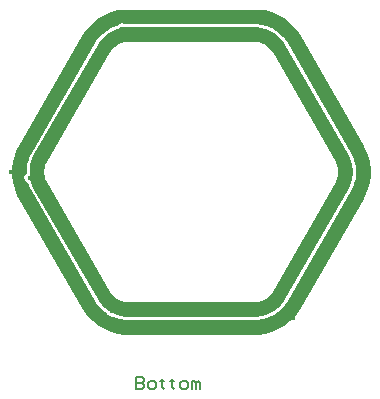
<source format=gbl>
G04*
G04 #@! TF.GenerationSoftware,Altium Limited,Altium Designer,24.6.1 (21)*
G04*
G04 Layer_Physical_Order=2*
G04 Layer_Color=16711680*
%FSLAX25Y25*%
%MOIN*%
G70*
G04*
G04 #@! TF.SameCoordinates,B81F68AC-7AC7-42F5-9DEE-18334BCCA9CF*
G04*
G04*
G04 #@! TF.FilePolarity,Positive*
G04*
G01*
G75*
%ADD13C,0.00500*%
%ADD32C,0.01575*%
G36*
X110186Y141228D02*
X112433Y140629D01*
X114583Y139741D01*
X116598Y138579D01*
X118444Y137164D01*
X120089Y135521D01*
X121505Y133676D01*
X122086Y132668D01*
X122086Y132668D01*
X143131Y96218D01*
X143711Y95213D01*
X144600Y93067D01*
X145201Y90824D01*
X145504Y88521D01*
Y86199D01*
X145201Y83896D01*
X144600Y81653D01*
X143711Y79507D01*
X143131Y78502D01*
X143131D01*
X122086Y42052D01*
X121506Y41046D01*
X120092Y39204D01*
X118450Y37561D01*
X116607Y36148D01*
X114596Y34986D01*
X112451Y34098D01*
X110207Y33497D01*
X107905Y33193D01*
X106744Y33193D01*
X63493D01*
X61191Y33497D01*
X58947Y34098D01*
X56802Y34986D01*
X54791Y36148D01*
X52948Y37562D01*
X51306Y39204D01*
X49892Y41046D01*
X49312Y42052D01*
X28267Y78502D01*
X27687Y79507D01*
X26798Y81653D01*
X26197Y83896D01*
X25894Y86199D01*
X25894Y88521D01*
X26197Y90824D01*
X26798Y93067D01*
X27687Y95213D01*
X28267Y96218D01*
Y96218D01*
X49312Y132668D01*
X49892Y133674D01*
X51306Y135517D01*
X52948Y137159D01*
X54791Y138573D01*
X56802Y139734D01*
X58947Y140622D01*
X61191Y141224D01*
X63493Y141527D01*
X64654D01*
X64654Y141527D01*
X106717Y141527D01*
X107880Y141528D01*
X110186Y141228D01*
D02*
G37*
%LPC*%
G36*
X62500Y137022D02*
X61803Y136884D01*
X61211Y136489D01*
X60953Y136102D01*
X60586Y136003D01*
X60526Y135974D01*
X60460Y135960D01*
X59029Y135368D01*
X58973Y135331D01*
X58910Y135309D01*
X57569Y134535D01*
X57518Y134491D01*
X57458Y134461D01*
X56230Y133518D01*
X56185Y133468D01*
X56129Y133430D01*
X55035Y132335D01*
X54997Y132280D01*
X54947Y132235D01*
X54004Y131007D01*
X53974Y130947D01*
X53930Y130896D01*
X53543Y130226D01*
X53543Y130226D01*
X32498Y93775D01*
X32498Y93775D01*
X32111Y93105D01*
X32090Y93041D01*
X32052Y92985D01*
X31460Y91555D01*
X31447Y91489D01*
X31417Y91429D01*
X31016Y89933D01*
X31012Y89866D01*
X30990Y89802D01*
X30788Y88267D01*
X30792Y88200D01*
X30779Y88134D01*
X30779Y86965D01*
X30575Y86829D01*
X30180Y86237D01*
X30041Y85540D01*
X30180Y84842D01*
X30575Y84251D01*
X31166Y83856D01*
X31271Y83835D01*
X31417Y83292D01*
X31447Y83231D01*
X31460Y83165D01*
X32052Y81735D01*
X32090Y81679D01*
X32111Y81615D01*
X32498Y80945D01*
X53543Y44495D01*
X53543Y44495D01*
X53930Y43824D01*
X53974Y43774D01*
X54004Y43713D01*
X54947Y42485D01*
X54997Y42441D01*
X55035Y42385D01*
X56129Y41290D01*
X56185Y41253D01*
X56230Y41202D01*
X57458Y40260D01*
X57518Y40230D01*
X57569Y40185D01*
X57625Y40153D01*
X57897Y39746D01*
X58488Y39351D01*
X59186Y39212D01*
X59309Y39236D01*
X60460Y38760D01*
X60526Y38747D01*
X60586Y38717D01*
X62081Y38316D01*
X62149Y38312D01*
X62212Y38290D01*
X63747Y38088D01*
X63814Y38092D01*
X63880Y38079D01*
X107518D01*
X107584Y38092D01*
X107651Y38088D01*
X109186Y38290D01*
X109249Y38312D01*
X109317Y38316D01*
X110812Y38717D01*
X110872Y38747D01*
X110938Y38760D01*
X112369Y39352D01*
X112425Y39390D01*
X112488Y39411D01*
X113829Y40185D01*
X113880Y40230D01*
X113940Y40260D01*
X115168Y41202D01*
X115213Y41253D01*
X115269Y41290D01*
X116364Y42385D01*
X116401Y42441D01*
X116451Y42485D01*
X117394Y43713D01*
X117424Y43774D01*
X117468Y43824D01*
X117855Y44495D01*
X138900Y80945D01*
X138900Y80945D01*
X139287Y81615D01*
X139308Y81679D01*
X139346Y81735D01*
X139938Y83165D01*
X139951Y83231D01*
X139981Y83292D01*
X140382Y84787D01*
X140386Y84854D01*
X140408Y84918D01*
X140610Y86453D01*
X140605Y86520D01*
X140619Y86586D01*
X140619Y88134D01*
X140605Y88200D01*
X140610Y88267D01*
X140408Y89802D01*
X140386Y89866D01*
X140382Y89933D01*
X139981Y91429D01*
X139951Y91489D01*
X139938Y91555D01*
X139346Y92985D01*
X139308Y93041D01*
X139287Y93105D01*
X138900Y93775D01*
X138900Y93775D01*
X117855Y130226D01*
X117855Y130226D01*
X117468Y130896D01*
X117424Y130947D01*
X117394Y131007D01*
X116451Y132235D01*
X116401Y132280D01*
X116364Y132335D01*
X115269Y133430D01*
X115213Y133468D01*
X115168Y133518D01*
X113940Y134461D01*
X113880Y134491D01*
X113829Y134535D01*
X112488Y135309D01*
X112425Y135331D01*
X112369Y135368D01*
X110938Y135960D01*
X110872Y135974D01*
X110812Y136003D01*
X109317Y136404D01*
X109249Y136408D01*
X109186Y136430D01*
X107651Y136632D01*
X107584Y136628D01*
X107518Y136641D01*
X106744D01*
X64654Y136641D01*
X64654Y136641D01*
X63880Y136641D01*
X63814Y136628D01*
X63747Y136632D01*
X63602Y136613D01*
X63197Y136884D01*
X62500Y137022D01*
D02*
G37*
%LPD*%
G36*
X106744Y135621D02*
X107518D01*
X109053Y135419D01*
X110548Y135019D01*
X111979Y134426D01*
X113319Y133652D01*
X114548Y132709D01*
X115642Y131614D01*
X116585Y130386D01*
X116972Y129716D01*
X116972Y129716D01*
X138017Y93266D01*
X138404Y92595D01*
X138996Y91165D01*
X139397Y89669D01*
X139599Y88134D01*
X139599Y86586D01*
X139397Y85051D01*
X138996Y83556D01*
X138404Y82125D01*
X138017Y81455D01*
X138017Y81455D01*
X116972Y45004D01*
X116585Y44334D01*
X115642Y43106D01*
X114548Y42011D01*
X113319Y41069D01*
X111979Y40294D01*
X110548Y39702D01*
X109053Y39301D01*
X107518Y39099D01*
X63880D01*
X62345Y39301D01*
X60850Y39702D01*
X59419Y40294D01*
X58079Y41069D01*
X56850Y42011D01*
X55756Y43106D01*
X54813Y44334D01*
X54426Y45004D01*
X54426Y45004D01*
X33381Y81455D01*
X32994Y82125D01*
X32402Y83556D01*
X32001Y85051D01*
X31799Y86586D01*
X31799Y88134D01*
X32001Y89669D01*
X32402Y91165D01*
X32994Y92595D01*
X33381Y93266D01*
X33381Y93266D01*
X54426Y129716D01*
X54813Y130386D01*
X55756Y131614D01*
X56850Y132709D01*
X58079Y133652D01*
X59419Y134426D01*
X60850Y135019D01*
X62345Y135419D01*
X63880Y135621D01*
X64654Y135621D01*
X64654Y135621D01*
X106744Y135621D01*
D02*
G37*
%LPC*%
G36*
X64654Y130735D02*
X64654Y130735D01*
X64267D01*
X64201Y130722D01*
X64134Y130727D01*
X63367Y130626D01*
X63303Y130604D01*
X63236Y130600D01*
X62488Y130399D01*
X62428Y130369D01*
X62362Y130356D01*
X61647Y130060D01*
X61591Y130023D01*
X61527Y130001D01*
X60857Y129614D01*
X60806Y129570D01*
X60746Y129540D01*
X60132Y129069D01*
X60087Y129018D01*
X60031Y128981D01*
X59484Y128433D01*
X59447Y128377D01*
X59396Y128333D01*
X58925Y127719D01*
X58895Y127659D01*
X58851Y127608D01*
X58657Y127273D01*
X58657Y127273D01*
X37613Y90823D01*
X37613Y90823D01*
X37419Y90487D01*
X37398Y90424D01*
X37360Y90368D01*
X37064Y89653D01*
X37051Y89587D01*
X37021Y89526D01*
X36821Y88779D01*
X36816Y88712D01*
X36795Y88648D01*
X36694Y87880D01*
X36698Y87813D01*
X36685Y87747D01*
X36685Y86973D01*
X36698Y86907D01*
X36694Y86840D01*
X36795Y86072D01*
X36816Y86009D01*
X36821Y85942D01*
X37021Y85194D01*
X37051Y85134D01*
X37064Y85068D01*
X37360Y84352D01*
X37398Y84297D01*
X37419Y84233D01*
X37613Y83898D01*
X37613Y83898D01*
X58657Y47447D01*
X58657Y47447D01*
X58851Y47112D01*
X58895Y47062D01*
X58925Y47001D01*
X59396Y46387D01*
X59447Y46343D01*
X59484Y46287D01*
X60031Y45739D01*
X60087Y45702D01*
X60132Y45652D01*
X60746Y45180D01*
X60806Y45151D01*
X60857Y45106D01*
X61527Y44719D01*
X61591Y44698D01*
X61647Y44660D01*
X62362Y44364D01*
X62428Y44351D01*
X62488Y44321D01*
X63236Y44121D01*
X63303Y44116D01*
X63367Y44095D01*
X64134Y43994D01*
X64201Y43998D01*
X64267Y43985D01*
X106744D01*
X107131Y43985D01*
X107196Y43998D01*
X107264Y43994D01*
X108031Y44095D01*
X108095Y44116D01*
X108162Y44121D01*
X108910Y44321D01*
X108970Y44351D01*
X109036Y44364D01*
X109751Y44660D01*
X109807Y44698D01*
X109871Y44719D01*
X110541Y45106D01*
X110592Y45151D01*
X110652Y45180D01*
X111266Y45652D01*
X111311Y45702D01*
X111367Y45739D01*
X111914Y46287D01*
X111951Y46343D01*
X112002Y46387D01*
X112473Y47001D01*
X112503Y47062D01*
X112547Y47112D01*
X112741Y47447D01*
X133785Y83898D01*
X133785Y83898D01*
X133979Y84233D01*
X134000Y84297D01*
X134038Y84352D01*
X134334Y85068D01*
X134347Y85134D01*
X134377Y85194D01*
X134577Y85942D01*
X134582Y86009D01*
X134603Y86072D01*
X134704Y86840D01*
X134700Y86907D01*
X134713Y86973D01*
X134713Y87747D01*
X134700Y87813D01*
X134704Y87880D01*
X134603Y88648D01*
X134582Y88712D01*
X134577Y88779D01*
X134377Y89526D01*
X134347Y89587D01*
X134334Y89653D01*
X134038Y90368D01*
X134001Y90424D01*
X133979Y90487D01*
X133785Y90823D01*
X133785Y90823D01*
X112741Y127273D01*
X112741Y127273D01*
X112547Y127608D01*
X112503Y127659D01*
X112473Y127719D01*
X112002Y128333D01*
X111951Y128377D01*
X111914Y128433D01*
X111367Y128981D01*
X111311Y129018D01*
X111266Y129069D01*
X110652Y129540D01*
X110592Y129570D01*
X110541Y129614D01*
X109871Y130001D01*
X109807Y130023D01*
X109751Y130060D01*
X109036Y130356D01*
X108970Y130369D01*
X108910Y130399D01*
X108162Y130600D01*
X108095Y130604D01*
X108031Y130626D01*
X107264Y130727D01*
X107196Y130722D01*
X107131Y130735D01*
X106744D01*
X64654Y130735D01*
D02*
G37*
%LPD*%
D13*
X67400Y19137D02*
Y15138D01*
X69399D01*
X70066Y15805D01*
Y16471D01*
X69399Y17138D01*
X67400D01*
X69399D01*
X70066Y17804D01*
Y18471D01*
X69399Y19137D01*
X67400D01*
X72065Y15138D02*
X73398D01*
X74064Y15805D01*
Y17138D01*
X73398Y17804D01*
X72065D01*
X71399Y17138D01*
Y15805D01*
X72065Y15138D01*
X76064Y18471D02*
Y17804D01*
X75397D01*
X76730D01*
X76064D01*
Y15805D01*
X76730Y15138D01*
X79396Y18471D02*
Y17804D01*
X78730D01*
X80063D01*
X79396D01*
Y15805D01*
X80063Y15138D01*
X82728D02*
X84061D01*
X84728Y15805D01*
Y17138D01*
X84061Y17804D01*
X82728D01*
X82062Y17138D01*
Y15805D01*
X82728Y15138D01*
X86061D02*
Y17804D01*
X86727D01*
X87394Y17138D01*
Y15138D01*
Y17138D01*
X88060Y17804D01*
X88726Y17138D01*
Y15138D01*
D32*
X28700Y81900D02*
D03*
X56684Y138651D02*
D03*
X138200Y86444D02*
D03*
X144500Y90000D02*
D03*
X113000Y132400D02*
D03*
X59186Y41034D02*
D03*
X119500Y38700D02*
D03*
X110900Y43000D02*
D03*
X56757Y127105D02*
D03*
X52057Y119405D02*
D03*
X47536Y111493D02*
D03*
X42893Y103693D02*
D03*
X38257Y95805D02*
D03*
X37489Y65440D02*
D03*
X36863Y80793D02*
D03*
X41563Y72793D02*
D03*
X45863Y64893D02*
D03*
X50463Y56993D02*
D03*
X55198Y49126D02*
D03*
X66169Y41963D02*
D03*
X75194Y42064D02*
D03*
X84219D02*
D03*
X93244Y41963D02*
D03*
X102269D02*
D03*
X114099Y46679D02*
D03*
X118599Y54580D02*
D03*
X123299Y62679D02*
D03*
X127999Y70679D02*
D03*
X132799Y78579D02*
D03*
X135358Y91958D02*
D03*
X130858Y100058D02*
D03*
X126058Y107958D02*
D03*
X121293Y116092D02*
D03*
X116658Y124158D02*
D03*
X106431Y132695D02*
D03*
X97431Y132695D02*
D03*
X88431Y132695D02*
D03*
X79486Y132618D02*
D03*
X70431Y132695D02*
D03*
X62500Y135200D02*
D03*
X25712Y87500D02*
D03*
X31863Y85540D02*
D03*
X134932Y107411D02*
D03*
X139432Y99311D02*
D03*
X120732Y131511D02*
D03*
X125368Y123445D02*
D03*
X39052Y111357D02*
D03*
X43652Y119257D02*
D03*
X116086Y137934D02*
D03*
X57414Y37966D02*
D03*
X106600Y34759D02*
D03*
X97575D02*
D03*
X88550Y34859D02*
D03*
X79525D02*
D03*
X70500Y34759D02*
D03*
X51124Y41773D02*
D03*
X46389Y49640D02*
D03*
X41789Y57540D02*
D03*
X32789Y73440D02*
D03*
X29852Y95657D02*
D03*
X34489Y103545D02*
D03*
X48352Y126957D02*
D03*
X66100Y139900D02*
D03*
X75100D02*
D03*
X84100D02*
D03*
X93100Y139900D02*
D03*
X102100Y139900D02*
D03*
X130132Y115311D02*
D03*
X141204Y78728D02*
D03*
X136404Y70828D02*
D03*
X131704Y62828D02*
D03*
X127004Y54728D02*
D03*
X122504Y46828D02*
D03*
M02*

</source>
